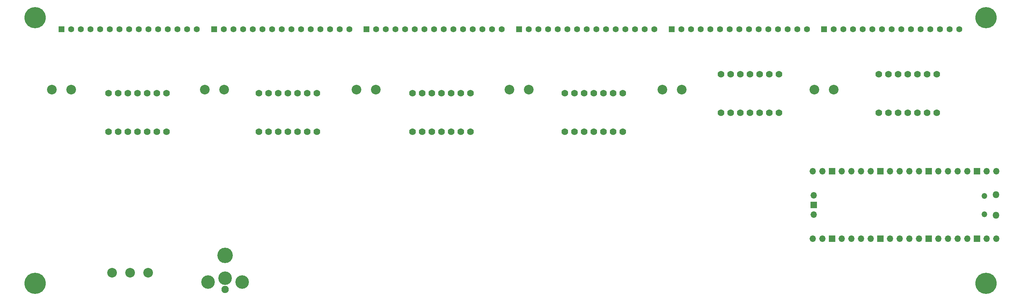
<source format=gbs>
%TF.GenerationSoftware,KiCad,Pcbnew,7.0.5*%
%TF.CreationDate,2023-06-20T08:55:59-04:00*%
%TF.ProjectId,arena,6172656e-612e-46b6-9963-61645f706362,rev?*%
%TF.SameCoordinates,Original*%
%TF.FileFunction,Soldermask,Bot*%
%TF.FilePolarity,Negative*%
%FSLAX46Y46*%
G04 Gerber Fmt 4.6, Leading zero omitted, Abs format (unit mm)*
G04 Created by KiCad (PCBNEW 7.0.5) date 2023-06-20 08:55:59*
%MOMM*%
%LPD*%
G01*
G04 APERTURE LIST*
%ADD10C,2.540000*%
%ADD11R,1.600000X1.600000*%
%ADD12C,1.600000*%
%ADD13C,1.778000*%
%ADD14C,3.556000*%
%ADD15C,1.930400*%
%ADD16C,4.064000*%
%ADD17C,5.600000*%
%ADD18O,1.800000X1.800000*%
%ADD19O,1.500000X1.500000*%
%ADD20O,1.700000X1.700000*%
%ADD21R,1.700000X1.700000*%
G04 APERTURE END LIST*
D10*
%TO.C,C1*%
X49460000Y-74000000D03*
X54540000Y-74000000D03*
%TD*%
%TO.C,C2*%
X89600000Y-74000000D03*
X94680000Y-74000000D03*
%TD*%
%TO.C,C3*%
X129500000Y-74000000D03*
X134580000Y-74000000D03*
%TD*%
%TO.C,C4*%
X169750200Y-74000000D03*
X174830200Y-74000000D03*
%TD*%
%TO.C,C5*%
X209960000Y-74000000D03*
X215040000Y-74000000D03*
%TD*%
D11*
%TO.C,P1*%
X51970000Y-58100000D03*
D12*
X54510000Y-58100000D03*
X57050000Y-58100000D03*
X59590000Y-58100000D03*
X62130000Y-58100000D03*
X64670000Y-58100000D03*
X67210000Y-58100000D03*
X69750000Y-58100000D03*
X72290000Y-58100000D03*
X74830000Y-58100000D03*
X77370000Y-58100000D03*
X79910000Y-58100000D03*
X82450000Y-58100000D03*
X84990000Y-58100000D03*
X87530000Y-58100000D03*
%TD*%
D11*
%TO.C,P2*%
X92070000Y-58100000D03*
D12*
X94610000Y-58100000D03*
X97150000Y-58100000D03*
X99690000Y-58100000D03*
X102230000Y-58100000D03*
X104770000Y-58100000D03*
X107310000Y-58100000D03*
X109850000Y-58100000D03*
X112390000Y-58100000D03*
X114930000Y-58100000D03*
X117470000Y-58100000D03*
X120010000Y-58100000D03*
X122550000Y-58100000D03*
X125090000Y-58100000D03*
X127630000Y-58100000D03*
%TD*%
D11*
%TO.C,P3*%
X132170000Y-58100000D03*
D12*
X134710000Y-58100000D03*
X137250000Y-58100000D03*
X139790000Y-58100000D03*
X142330000Y-58100000D03*
X144870000Y-58100000D03*
X147410000Y-58100000D03*
X149950000Y-58100000D03*
X152490000Y-58100000D03*
X155030000Y-58100000D03*
X157570000Y-58100000D03*
X160110000Y-58100000D03*
X162650000Y-58100000D03*
X165190000Y-58100000D03*
X167730000Y-58100000D03*
%TD*%
D11*
%TO.C,P4*%
X172270000Y-58100000D03*
D12*
X174810000Y-58100000D03*
X177350000Y-58100000D03*
X179890000Y-58100000D03*
X182430000Y-58100000D03*
X184970000Y-58100000D03*
X187510000Y-58100000D03*
X190050000Y-58100000D03*
X192590000Y-58100000D03*
X195130000Y-58100000D03*
X197670000Y-58100000D03*
X200210000Y-58100000D03*
X202750000Y-58100000D03*
X205290000Y-58100000D03*
X207830000Y-58100000D03*
%TD*%
D11*
%TO.C,P5*%
X212370000Y-58100000D03*
D12*
X214910000Y-58100000D03*
X217450000Y-58100000D03*
X219990000Y-58100000D03*
X222530000Y-58100000D03*
X225070000Y-58100000D03*
X227610000Y-58100000D03*
X230150000Y-58100000D03*
X232690000Y-58100000D03*
X235230000Y-58100000D03*
X237770000Y-58100000D03*
X240310000Y-58100000D03*
X242850000Y-58100000D03*
X245390000Y-58100000D03*
X247930000Y-58100000D03*
%TD*%
D11*
%TO.C,P6*%
X252470000Y-58100000D03*
D12*
X255010000Y-58100000D03*
X257550000Y-58100000D03*
X260090000Y-58100000D03*
X262630000Y-58100000D03*
X265170000Y-58100000D03*
X267710000Y-58100000D03*
X270250000Y-58100000D03*
X272790000Y-58100000D03*
X275330000Y-58100000D03*
X277870000Y-58100000D03*
X280410000Y-58100000D03*
X282950000Y-58100000D03*
X285490000Y-58100000D03*
X288030000Y-58100000D03*
%TD*%
D10*
%TO.C,SW1*%
X65250200Y-122200000D03*
X70000000Y-122200000D03*
X74749800Y-122200000D03*
%TD*%
D13*
%TO.C,U1*%
X64300000Y-85080000D03*
X66840000Y-85080000D03*
X69380000Y-85080000D03*
X71920000Y-85080000D03*
X74460000Y-85080000D03*
X77000000Y-85080000D03*
X79540000Y-85080000D03*
X79540000Y-74920000D03*
X77000000Y-74920000D03*
X74460000Y-74920000D03*
X71920000Y-74920000D03*
X69380000Y-74920000D03*
X66840000Y-74920000D03*
X64300000Y-74920000D03*
%TD*%
%TO.C,U2*%
X103880000Y-85080000D03*
X106420000Y-85080000D03*
X108960000Y-85080000D03*
X111500000Y-85080000D03*
X114040000Y-85080000D03*
X116580000Y-85080000D03*
X119120000Y-85080000D03*
X119120000Y-74920000D03*
X116580000Y-74920000D03*
X114040000Y-74920000D03*
X111500000Y-74920000D03*
X108960000Y-74920000D03*
X106420000Y-74920000D03*
X103880000Y-74920000D03*
%TD*%
%TO.C,U3*%
X144260000Y-85080000D03*
X146800000Y-85080000D03*
X149340000Y-85080000D03*
X151880000Y-85080000D03*
X154420000Y-85080000D03*
X156960000Y-85080000D03*
X159500000Y-85080000D03*
X159500000Y-74920000D03*
X156960000Y-74920000D03*
X154420000Y-74920000D03*
X151880000Y-74920000D03*
X149340000Y-74920000D03*
X146800000Y-74920000D03*
X144260000Y-74920000D03*
%TD*%
%TO.C,U4*%
X184300000Y-85080000D03*
X186840000Y-85080000D03*
X189380000Y-85080000D03*
X191920000Y-85080000D03*
X194460000Y-85080000D03*
X197000000Y-85080000D03*
X199540000Y-85080000D03*
X199540000Y-74920000D03*
X197000000Y-74920000D03*
X194460000Y-74920000D03*
X191920000Y-74920000D03*
X189380000Y-74920000D03*
X186840000Y-74920000D03*
X184300000Y-74920000D03*
%TD*%
%TO.C,U5*%
X225380000Y-80080000D03*
X227920000Y-80080000D03*
X230460000Y-80080000D03*
X233000000Y-80080000D03*
X235540000Y-80080000D03*
X238080000Y-80080000D03*
X240620000Y-80080000D03*
X240620000Y-69920000D03*
X238080000Y-69920000D03*
X235540000Y-69920000D03*
X233000000Y-69920000D03*
X230460000Y-69920000D03*
X227920000Y-69920000D03*
X225380000Y-69920000D03*
%TD*%
%TO.C,U6*%
X266880000Y-80080000D03*
X269420000Y-80080000D03*
X271960000Y-80080000D03*
X274500000Y-80080000D03*
X277040000Y-80080000D03*
X279580000Y-80080000D03*
X282120000Y-80080000D03*
X282120000Y-69920000D03*
X279580000Y-69920000D03*
X277040000Y-69920000D03*
X274500000Y-69920000D03*
X271960000Y-69920000D03*
X269420000Y-69920000D03*
X266880000Y-69920000D03*
%TD*%
D14*
%TO.C,J1*%
X99495800Y-124670000D03*
D15*
X95000000Y-126676600D03*
D14*
X90504200Y-124670000D03*
D16*
X95000000Y-117685000D03*
D14*
X95000000Y-123679400D03*
%TD*%
D17*
%TO.C,H3*%
X295000000Y-125000000D03*
%TD*%
%TO.C,H4*%
X295000000Y-55000000D03*
%TD*%
%TO.C,H1*%
X45000000Y-55000000D03*
%TD*%
D10*
%TO.C,C6*%
X249920000Y-74000000D03*
X255000000Y-74000000D03*
%TD*%
D17*
%TO.C,H2*%
X45000000Y-125000000D03*
%TD*%
D18*
%TO.C,U10*%
X297650000Y-101665000D03*
D19*
X294620000Y-101965000D03*
X294620000Y-106815000D03*
D18*
X297650000Y-107115000D03*
D20*
X297780000Y-95500000D03*
X295240000Y-95500000D03*
D21*
X292700000Y-95500000D03*
D20*
X290160000Y-95500000D03*
X287620000Y-95500000D03*
X285080000Y-95500000D03*
X282540000Y-95500000D03*
D21*
X280000000Y-95500000D03*
D20*
X277460000Y-95500000D03*
X274920000Y-95500000D03*
X272380000Y-95500000D03*
X269840000Y-95500000D03*
D21*
X267300000Y-95500000D03*
D20*
X264760000Y-95500000D03*
X262220000Y-95500000D03*
X259680000Y-95500000D03*
X257140000Y-95500000D03*
D21*
X254600000Y-95500000D03*
D20*
X252060000Y-95500000D03*
X249520000Y-95500000D03*
X249520000Y-113280000D03*
X252060000Y-113280000D03*
D21*
X254600000Y-113280000D03*
D20*
X257140000Y-113280000D03*
X259680000Y-113280000D03*
X262220000Y-113280000D03*
X264760000Y-113280000D03*
D21*
X267300000Y-113280000D03*
D20*
X269840000Y-113280000D03*
X272380000Y-113280000D03*
X274920000Y-113280000D03*
X277460000Y-113280000D03*
D21*
X280000000Y-113280000D03*
D20*
X282540000Y-113280000D03*
X285080000Y-113280000D03*
X287620000Y-113280000D03*
X290160000Y-113280000D03*
D21*
X292700000Y-113280000D03*
D20*
X295240000Y-113280000D03*
X297780000Y-113280000D03*
X249750000Y-101850000D03*
D21*
X249750000Y-104390000D03*
D20*
X249750000Y-106930000D03*
%TD*%
M02*

</source>
